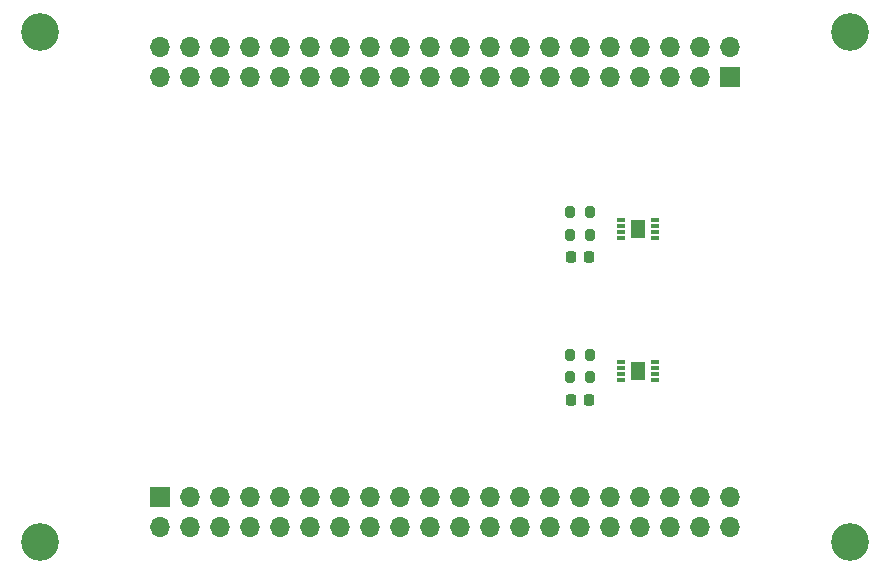
<source format=gbr>
G04 #@! TF.GenerationSoftware,KiCad,Pcbnew,8.0.2+dfsg-1*
G04 #@! TF.CreationDate,2024-06-11T15:29:42+08:00*
G04 #@! TF.ProjectId,sec01,73656330-312e-46b6-9963-61645f706362,a*
G04 #@! TF.SameCoordinates,Original*
G04 #@! TF.FileFunction,Soldermask,Top*
G04 #@! TF.FilePolarity,Negative*
%FSLAX46Y46*%
G04 Gerber Fmt 4.6, Leading zero omitted, Abs format (unit mm)*
G04 Created by KiCad (PCBNEW 8.0.2+dfsg-1) date 2024-06-11 15:29:42*
%MOMM*%
%LPD*%
G01*
G04 APERTURE LIST*
G04 Aperture macros list*
%AMRoundRect*
0 Rectangle with rounded corners*
0 $1 Rounding radius*
0 $2 $3 $4 $5 $6 $7 $8 $9 X,Y pos of 4 corners*
0 Add a 4 corners polygon primitive as box body*
4,1,4,$2,$3,$4,$5,$6,$7,$8,$9,$2,$3,0*
0 Add four circle primitives for the rounded corners*
1,1,$1+$1,$2,$3*
1,1,$1+$1,$4,$5*
1,1,$1+$1,$6,$7*
1,1,$1+$1,$8,$9*
0 Add four rect primitives between the rounded corners*
20,1,$1+$1,$2,$3,$4,$5,0*
20,1,$1+$1,$4,$5,$6,$7,0*
20,1,$1+$1,$6,$7,$8,$9,0*
20,1,$1+$1,$8,$9,$2,$3,0*%
G04 Aperture macros list end*
%ADD10C,3.200000*%
%ADD11RoundRect,0.200000X-0.200000X-0.275000X0.200000X-0.275000X0.200000X0.275000X-0.200000X0.275000X0*%
%ADD12RoundRect,0.225000X0.225000X0.250000X-0.225000X0.250000X-0.225000X-0.250000X0.225000X-0.250000X0*%
%ADD13R,1.700000X1.700000*%
%ADD14O,1.700000X1.700000*%
%ADD15R,0.750000X0.300000*%
%ADD16R,1.300000X1.500000*%
G04 APERTURE END LIST*
D10*
G04 #@! TO.C,J1*
X121920000Y-83820000D03*
X121920000Y-127000000D03*
X190500000Y-83820000D03*
X190500000Y-127000000D03*
G04 #@! TD*
D11*
G04 #@! TO.C,R4*
X166815000Y-113030000D03*
X168465000Y-113030000D03*
G04 #@! TD*
G04 #@! TO.C,R1*
X166815000Y-99060000D03*
X168465000Y-99060000D03*
G04 #@! TD*
D12*
G04 #@! TO.C,C2*
X168415000Y-114935000D03*
X166865000Y-114935000D03*
G04 #@! TD*
D13*
G04 #@! TO.C,J3*
X180340000Y-87630000D03*
D14*
X180340000Y-85090000D03*
X177800000Y-87630000D03*
X177800000Y-85090000D03*
X175260000Y-87630000D03*
X175260000Y-85090000D03*
X172720000Y-87630000D03*
X172720000Y-85090000D03*
X170180000Y-87630000D03*
X170180000Y-85090000D03*
X167640000Y-87630000D03*
X167640000Y-85090000D03*
X165100000Y-87630000D03*
X165100000Y-85090000D03*
X162560000Y-87630000D03*
X162560000Y-85090000D03*
X160020000Y-87630000D03*
X160020000Y-85090000D03*
X157480000Y-87630000D03*
X157480000Y-85090000D03*
X154940000Y-87630000D03*
X154940000Y-85090000D03*
X152400000Y-87630000D03*
X152400000Y-85090000D03*
X149860000Y-87630000D03*
X149860000Y-85090000D03*
X147320000Y-87630000D03*
X147320000Y-85090000D03*
X144780000Y-87630000D03*
X144780000Y-85090000D03*
X142240000Y-87630000D03*
X142240000Y-85090000D03*
X139700000Y-87630000D03*
X139700000Y-85090000D03*
X137160000Y-87630000D03*
X137160000Y-85090000D03*
X134620000Y-87630000D03*
X134620000Y-85090000D03*
X132080000Y-87630000D03*
X132080000Y-85090000D03*
G04 #@! TD*
D12*
G04 #@! TO.C,C1*
X168415000Y-102870000D03*
X166865000Y-102870000D03*
G04 #@! TD*
D15*
G04 #@! TO.C,U1*
X173990000Y-101195000D03*
X173990000Y-100695000D03*
X173990000Y-100195000D03*
X173990000Y-99695000D03*
X171090000Y-99695000D03*
X171090000Y-100195000D03*
X171090000Y-100695000D03*
X171090000Y-101195000D03*
D16*
X172540000Y-100445000D03*
G04 #@! TD*
D11*
G04 #@! TO.C,R3*
X166815000Y-111125000D03*
X168465000Y-111125000D03*
G04 #@! TD*
D13*
G04 #@! TO.C,J2*
X132080000Y-123190000D03*
D14*
X132080000Y-125730000D03*
X134620000Y-123190000D03*
X134620000Y-125730000D03*
X137160000Y-123190000D03*
X137160000Y-125730000D03*
X139700000Y-123190000D03*
X139700000Y-125730000D03*
X142240000Y-123190000D03*
X142240000Y-125730000D03*
X144780000Y-123190000D03*
X144780000Y-125730000D03*
X147320000Y-123190000D03*
X147320000Y-125730000D03*
X149860000Y-123190000D03*
X149860000Y-125730000D03*
X152400000Y-123190000D03*
X152400000Y-125730000D03*
X154940000Y-123190000D03*
X154940000Y-125730000D03*
X157480000Y-123190000D03*
X157480000Y-125730000D03*
X160020000Y-123190000D03*
X160020000Y-125730000D03*
X162560000Y-123190000D03*
X162560000Y-125730000D03*
X165100000Y-123190000D03*
X165100000Y-125730000D03*
X167640000Y-123190000D03*
X167640000Y-125730000D03*
X170180000Y-123190000D03*
X170180000Y-125730000D03*
X172720000Y-123190000D03*
X172720000Y-125730000D03*
X175260000Y-123190000D03*
X175260000Y-125730000D03*
X177800000Y-123190000D03*
X177800000Y-125730000D03*
X180340000Y-123190000D03*
X180340000Y-125730000D03*
G04 #@! TD*
D15*
G04 #@! TO.C,U2*
X173990000Y-113260000D03*
X173990000Y-112760000D03*
X173990000Y-112260000D03*
X173990000Y-111760000D03*
X171090000Y-111760000D03*
X171090000Y-112260000D03*
X171090000Y-112760000D03*
X171090000Y-113260000D03*
D16*
X172540000Y-112510000D03*
G04 #@! TD*
D11*
G04 #@! TO.C,R2*
X166815000Y-100965000D03*
X168465000Y-100965000D03*
G04 #@! TD*
M02*

</source>
